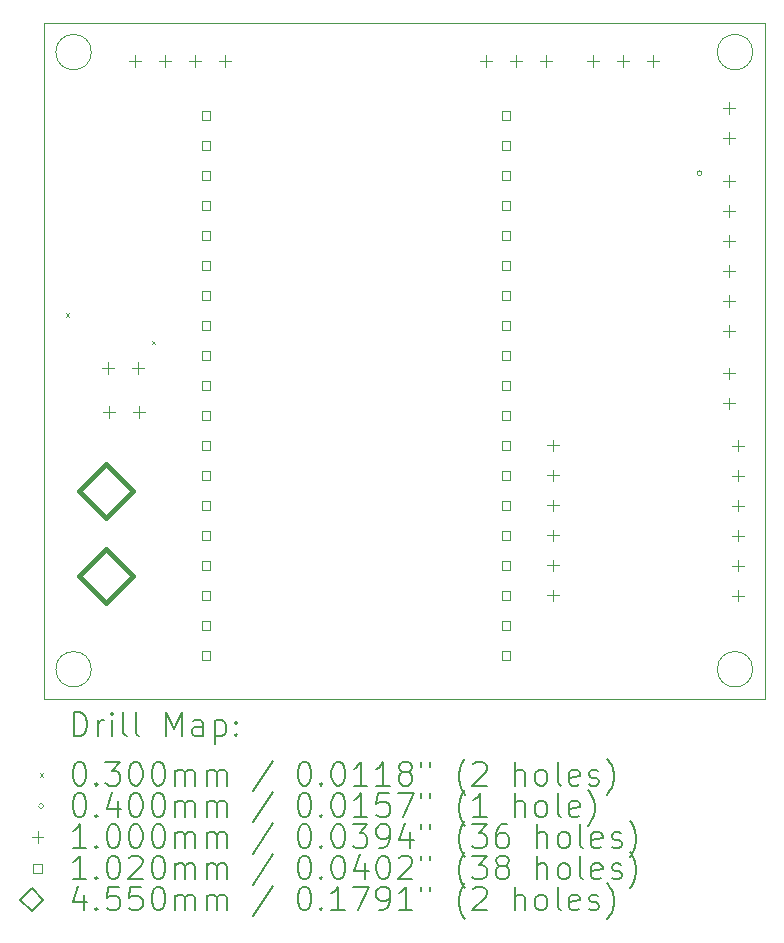
<source format=gbr>
%TF.GenerationSoftware,KiCad,Pcbnew,(6.0.9)*%
%TF.CreationDate,2023-05-11T13:54:50+10:00*%
%TF.ProjectId,Rescue Line,52657363-7565-4204-9c69-6e652e6b6963,rev?*%
%TF.SameCoordinates,Original*%
%TF.FileFunction,Drillmap*%
%TF.FilePolarity,Positive*%
%FSLAX45Y45*%
G04 Gerber Fmt 4.5, Leading zero omitted, Abs format (unit mm)*
G04 Created by KiCad (PCBNEW (6.0.9)) date 2023-05-11 13:54:50*
%MOMM*%
%LPD*%
G01*
G04 APERTURE LIST*
%ADD10C,0.100000*%
%ADD11C,0.200000*%
%ADD12C,0.030000*%
%ADD13C,0.040000*%
%ADD14C,0.102000*%
%ADD15C,0.455000*%
G04 APERTURE END LIST*
D10*
X10950000Y-12175000D02*
G75*
G03*
X10950000Y-12175000I-150000J0D01*
G01*
X10950000Y-6950000D02*
G75*
G03*
X10950000Y-6950000I-150000J0D01*
G01*
X10550000Y-6700000D02*
X16650000Y-6700000D01*
X16650000Y-6700000D02*
X16650000Y-12425000D01*
X16650000Y-12425000D02*
X10550000Y-12425000D01*
X10550000Y-12425000D02*
X10550000Y-6700000D01*
X16550000Y-12175000D02*
G75*
G03*
X16550000Y-12175000I-150000J0D01*
G01*
X16550000Y-6950000D02*
G75*
G03*
X16550000Y-6950000I-150000J0D01*
G01*
D11*
D12*
X10735000Y-9160000D02*
X10765000Y-9190000D01*
X10765000Y-9160000D02*
X10735000Y-9190000D01*
X11460050Y-9395050D02*
X11490050Y-9425050D01*
X11490050Y-9395050D02*
X11460050Y-9425050D01*
D13*
X16120000Y-7975000D02*
G75*
G03*
X16120000Y-7975000I-20000J0D01*
G01*
D10*
X11090500Y-9571850D02*
X11090500Y-9671850D01*
X11040500Y-9621850D02*
X11140500Y-9621850D01*
X11098500Y-9950000D02*
X11098500Y-10050000D01*
X11048500Y-10000000D02*
X11148500Y-10000000D01*
X11320000Y-6975000D02*
X11320000Y-7075000D01*
X11270000Y-7025000D02*
X11370000Y-7025000D01*
X11344500Y-9571850D02*
X11344500Y-9671850D01*
X11294500Y-9621850D02*
X11394500Y-9621850D01*
X11352500Y-9950000D02*
X11352500Y-10050000D01*
X11302500Y-10000000D02*
X11402500Y-10000000D01*
X11574000Y-6975000D02*
X11574000Y-7075000D01*
X11524000Y-7025000D02*
X11624000Y-7025000D01*
X11828000Y-6975000D02*
X11828000Y-7075000D01*
X11778000Y-7025000D02*
X11878000Y-7025000D01*
X12082000Y-6975000D02*
X12082000Y-7075000D01*
X12032000Y-7025000D02*
X12132000Y-7025000D01*
X14294500Y-6977500D02*
X14294500Y-7077500D01*
X14244500Y-7027500D02*
X14344500Y-7027500D01*
X14548500Y-6977500D02*
X14548500Y-7077500D01*
X14498500Y-7027500D02*
X14598500Y-7027500D01*
X14802500Y-6977500D02*
X14802500Y-7077500D01*
X14752500Y-7027500D02*
X14852500Y-7027500D01*
X14858500Y-10230500D02*
X14858500Y-10330500D01*
X14808500Y-10280500D02*
X14908500Y-10280500D01*
X14858500Y-10484500D02*
X14858500Y-10584500D01*
X14808500Y-10534500D02*
X14908500Y-10534500D01*
X14858500Y-10738500D02*
X14858500Y-10838500D01*
X14808500Y-10788500D02*
X14908500Y-10788500D01*
X14858500Y-10992500D02*
X14858500Y-11092500D01*
X14808500Y-11042500D02*
X14908500Y-11042500D01*
X14858500Y-11246500D02*
X14858500Y-11346500D01*
X14808500Y-11296500D02*
X14908500Y-11296500D01*
X14858500Y-11500500D02*
X14858500Y-11600500D01*
X14808500Y-11550500D02*
X14908500Y-11550500D01*
X15200000Y-6975000D02*
X15200000Y-7075000D01*
X15150000Y-7025000D02*
X15250000Y-7025000D01*
X15454000Y-6975000D02*
X15454000Y-7075000D01*
X15404000Y-7025000D02*
X15504000Y-7025000D01*
X15708000Y-6975000D02*
X15708000Y-7075000D01*
X15658000Y-7025000D02*
X15758000Y-7025000D01*
X16350000Y-7373000D02*
X16350000Y-7473000D01*
X16300000Y-7423000D02*
X16400000Y-7423000D01*
X16350000Y-7627000D02*
X16350000Y-7727000D01*
X16300000Y-7677000D02*
X16400000Y-7677000D01*
X16350000Y-7988000D02*
X16350000Y-8088000D01*
X16300000Y-8038000D02*
X16400000Y-8038000D01*
X16350000Y-8242000D02*
X16350000Y-8342000D01*
X16300000Y-8292000D02*
X16400000Y-8292000D01*
X16350000Y-8496000D02*
X16350000Y-8596000D01*
X16300000Y-8546000D02*
X16400000Y-8546000D01*
X16350000Y-8750000D02*
X16350000Y-8850000D01*
X16300000Y-8800000D02*
X16400000Y-8800000D01*
X16350000Y-9004000D02*
X16350000Y-9104000D01*
X16300000Y-9054000D02*
X16400000Y-9054000D01*
X16350000Y-9258000D02*
X16350000Y-9358000D01*
X16300000Y-9308000D02*
X16400000Y-9308000D01*
X16350000Y-9620500D02*
X16350000Y-9720500D01*
X16300000Y-9670500D02*
X16400000Y-9670500D01*
X16350000Y-9874500D02*
X16350000Y-9974500D01*
X16300000Y-9924500D02*
X16400000Y-9924500D01*
X16422500Y-10231500D02*
X16422500Y-10331500D01*
X16372500Y-10281500D02*
X16472500Y-10281500D01*
X16422500Y-10485500D02*
X16422500Y-10585500D01*
X16372500Y-10535500D02*
X16472500Y-10535500D01*
X16422500Y-10739500D02*
X16422500Y-10839500D01*
X16372500Y-10789500D02*
X16472500Y-10789500D01*
X16422500Y-10993500D02*
X16422500Y-11093500D01*
X16372500Y-11043500D02*
X16472500Y-11043500D01*
X16422500Y-11247500D02*
X16422500Y-11347500D01*
X16372500Y-11297500D02*
X16472500Y-11297500D01*
X16422500Y-11501500D02*
X16422500Y-11601500D01*
X16372500Y-11551500D02*
X16472500Y-11551500D01*
D14*
X11958563Y-7523063D02*
X11958563Y-7450937D01*
X11886437Y-7450937D01*
X11886437Y-7523063D01*
X11958563Y-7523063D01*
X11958563Y-7777063D02*
X11958563Y-7704937D01*
X11886437Y-7704937D01*
X11886437Y-7777063D01*
X11958563Y-7777063D01*
X11958563Y-8031063D02*
X11958563Y-7958937D01*
X11886437Y-7958937D01*
X11886437Y-8031063D01*
X11958563Y-8031063D01*
X11958563Y-8285063D02*
X11958563Y-8212937D01*
X11886437Y-8212937D01*
X11886437Y-8285063D01*
X11958563Y-8285063D01*
X11958563Y-8539063D02*
X11958563Y-8466937D01*
X11886437Y-8466937D01*
X11886437Y-8539063D01*
X11958563Y-8539063D01*
X11958563Y-8793063D02*
X11958563Y-8720937D01*
X11886437Y-8720937D01*
X11886437Y-8793063D01*
X11958563Y-8793063D01*
X11958563Y-9047063D02*
X11958563Y-8974937D01*
X11886437Y-8974937D01*
X11886437Y-9047063D01*
X11958563Y-9047063D01*
X11958563Y-9301063D02*
X11958563Y-9228937D01*
X11886437Y-9228937D01*
X11886437Y-9301063D01*
X11958563Y-9301063D01*
X11958563Y-9555063D02*
X11958563Y-9482937D01*
X11886437Y-9482937D01*
X11886437Y-9555063D01*
X11958563Y-9555063D01*
X11958563Y-9809063D02*
X11958563Y-9736937D01*
X11886437Y-9736937D01*
X11886437Y-9809063D01*
X11958563Y-9809063D01*
X11958563Y-10063063D02*
X11958563Y-9990937D01*
X11886437Y-9990937D01*
X11886437Y-10063063D01*
X11958563Y-10063063D01*
X11958563Y-10317063D02*
X11958563Y-10244937D01*
X11886437Y-10244937D01*
X11886437Y-10317063D01*
X11958563Y-10317063D01*
X11958563Y-10571063D02*
X11958563Y-10498937D01*
X11886437Y-10498937D01*
X11886437Y-10571063D01*
X11958563Y-10571063D01*
X11958563Y-10825063D02*
X11958563Y-10752937D01*
X11886437Y-10752937D01*
X11886437Y-10825063D01*
X11958563Y-10825063D01*
X11958563Y-11079063D02*
X11958563Y-11006937D01*
X11886437Y-11006937D01*
X11886437Y-11079063D01*
X11958563Y-11079063D01*
X11958563Y-11333063D02*
X11958563Y-11260937D01*
X11886437Y-11260937D01*
X11886437Y-11333063D01*
X11958563Y-11333063D01*
X11958563Y-11587063D02*
X11958563Y-11514937D01*
X11886437Y-11514937D01*
X11886437Y-11587063D01*
X11958563Y-11587063D01*
X11958563Y-11841063D02*
X11958563Y-11768937D01*
X11886437Y-11768937D01*
X11886437Y-11841063D01*
X11958563Y-11841063D01*
X11958563Y-12095063D02*
X11958563Y-12022937D01*
X11886437Y-12022937D01*
X11886437Y-12095063D01*
X11958563Y-12095063D01*
X14498563Y-7523063D02*
X14498563Y-7450937D01*
X14426437Y-7450937D01*
X14426437Y-7523063D01*
X14498563Y-7523063D01*
X14498563Y-7777063D02*
X14498563Y-7704937D01*
X14426437Y-7704937D01*
X14426437Y-7777063D01*
X14498563Y-7777063D01*
X14498563Y-8031063D02*
X14498563Y-7958937D01*
X14426437Y-7958937D01*
X14426437Y-8031063D01*
X14498563Y-8031063D01*
X14498563Y-8285063D02*
X14498563Y-8212937D01*
X14426437Y-8212937D01*
X14426437Y-8285063D01*
X14498563Y-8285063D01*
X14498563Y-8539063D02*
X14498563Y-8466937D01*
X14426437Y-8466937D01*
X14426437Y-8539063D01*
X14498563Y-8539063D01*
X14498563Y-8793063D02*
X14498563Y-8720937D01*
X14426437Y-8720937D01*
X14426437Y-8793063D01*
X14498563Y-8793063D01*
X14498563Y-9047063D02*
X14498563Y-8974937D01*
X14426437Y-8974937D01*
X14426437Y-9047063D01*
X14498563Y-9047063D01*
X14498563Y-9301063D02*
X14498563Y-9228937D01*
X14426437Y-9228937D01*
X14426437Y-9301063D01*
X14498563Y-9301063D01*
X14498563Y-9555063D02*
X14498563Y-9482937D01*
X14426437Y-9482937D01*
X14426437Y-9555063D01*
X14498563Y-9555063D01*
X14498563Y-9809063D02*
X14498563Y-9736937D01*
X14426437Y-9736937D01*
X14426437Y-9809063D01*
X14498563Y-9809063D01*
X14498563Y-10063063D02*
X14498563Y-9990937D01*
X14426437Y-9990937D01*
X14426437Y-10063063D01*
X14498563Y-10063063D01*
X14498563Y-10317063D02*
X14498563Y-10244937D01*
X14426437Y-10244937D01*
X14426437Y-10317063D01*
X14498563Y-10317063D01*
X14498563Y-10571063D02*
X14498563Y-10498937D01*
X14426437Y-10498937D01*
X14426437Y-10571063D01*
X14498563Y-10571063D01*
X14498563Y-10825063D02*
X14498563Y-10752937D01*
X14426437Y-10752937D01*
X14426437Y-10825063D01*
X14498563Y-10825063D01*
X14498563Y-11079063D02*
X14498563Y-11006937D01*
X14426437Y-11006937D01*
X14426437Y-11079063D01*
X14498563Y-11079063D01*
X14498563Y-11333063D02*
X14498563Y-11260937D01*
X14426437Y-11260937D01*
X14426437Y-11333063D01*
X14498563Y-11333063D01*
X14498563Y-11587063D02*
X14498563Y-11514937D01*
X14426437Y-11514937D01*
X14426437Y-11587063D01*
X14498563Y-11587063D01*
X14498563Y-11841063D02*
X14498563Y-11768937D01*
X14426437Y-11768937D01*
X14426437Y-11841063D01*
X14498563Y-11841063D01*
X14498563Y-12095063D02*
X14498563Y-12022937D01*
X14426437Y-12022937D01*
X14426437Y-12095063D01*
X14498563Y-12095063D01*
D15*
X11075000Y-10892500D02*
X11302500Y-10665000D01*
X11075000Y-10437500D01*
X10847500Y-10665000D01*
X11075000Y-10892500D01*
X11075000Y-11612500D02*
X11302500Y-11385000D01*
X11075000Y-11157500D01*
X10847500Y-11385000D01*
X11075000Y-11612500D01*
D11*
X10802619Y-12740476D02*
X10802619Y-12540476D01*
X10850238Y-12540476D01*
X10878810Y-12550000D01*
X10897857Y-12569048D01*
X10907381Y-12588095D01*
X10916905Y-12626190D01*
X10916905Y-12654762D01*
X10907381Y-12692857D01*
X10897857Y-12711905D01*
X10878810Y-12730952D01*
X10850238Y-12740476D01*
X10802619Y-12740476D01*
X11002619Y-12740476D02*
X11002619Y-12607143D01*
X11002619Y-12645238D02*
X11012143Y-12626190D01*
X11021667Y-12616667D01*
X11040714Y-12607143D01*
X11059762Y-12607143D01*
X11126429Y-12740476D02*
X11126429Y-12607143D01*
X11126429Y-12540476D02*
X11116905Y-12550000D01*
X11126429Y-12559524D01*
X11135952Y-12550000D01*
X11126429Y-12540476D01*
X11126429Y-12559524D01*
X11250238Y-12740476D02*
X11231190Y-12730952D01*
X11221667Y-12711905D01*
X11221667Y-12540476D01*
X11355000Y-12740476D02*
X11335952Y-12730952D01*
X11326428Y-12711905D01*
X11326428Y-12540476D01*
X11583571Y-12740476D02*
X11583571Y-12540476D01*
X11650238Y-12683333D01*
X11716905Y-12540476D01*
X11716905Y-12740476D01*
X11897857Y-12740476D02*
X11897857Y-12635714D01*
X11888333Y-12616667D01*
X11869286Y-12607143D01*
X11831190Y-12607143D01*
X11812143Y-12616667D01*
X11897857Y-12730952D02*
X11878809Y-12740476D01*
X11831190Y-12740476D01*
X11812143Y-12730952D01*
X11802619Y-12711905D01*
X11802619Y-12692857D01*
X11812143Y-12673809D01*
X11831190Y-12664286D01*
X11878809Y-12664286D01*
X11897857Y-12654762D01*
X11993095Y-12607143D02*
X11993095Y-12807143D01*
X11993095Y-12616667D02*
X12012143Y-12607143D01*
X12050238Y-12607143D01*
X12069286Y-12616667D01*
X12078809Y-12626190D01*
X12088333Y-12645238D01*
X12088333Y-12702381D01*
X12078809Y-12721428D01*
X12069286Y-12730952D01*
X12050238Y-12740476D01*
X12012143Y-12740476D01*
X11993095Y-12730952D01*
X12174048Y-12721428D02*
X12183571Y-12730952D01*
X12174048Y-12740476D01*
X12164524Y-12730952D01*
X12174048Y-12721428D01*
X12174048Y-12740476D01*
X12174048Y-12616667D02*
X12183571Y-12626190D01*
X12174048Y-12635714D01*
X12164524Y-12626190D01*
X12174048Y-12616667D01*
X12174048Y-12635714D01*
D12*
X10515000Y-13055000D02*
X10545000Y-13085000D01*
X10545000Y-13055000D02*
X10515000Y-13085000D01*
D11*
X10840714Y-12960476D02*
X10859762Y-12960476D01*
X10878810Y-12970000D01*
X10888333Y-12979524D01*
X10897857Y-12998571D01*
X10907381Y-13036667D01*
X10907381Y-13084286D01*
X10897857Y-13122381D01*
X10888333Y-13141428D01*
X10878810Y-13150952D01*
X10859762Y-13160476D01*
X10840714Y-13160476D01*
X10821667Y-13150952D01*
X10812143Y-13141428D01*
X10802619Y-13122381D01*
X10793095Y-13084286D01*
X10793095Y-13036667D01*
X10802619Y-12998571D01*
X10812143Y-12979524D01*
X10821667Y-12970000D01*
X10840714Y-12960476D01*
X10993095Y-13141428D02*
X11002619Y-13150952D01*
X10993095Y-13160476D01*
X10983571Y-13150952D01*
X10993095Y-13141428D01*
X10993095Y-13160476D01*
X11069286Y-12960476D02*
X11193095Y-12960476D01*
X11126429Y-13036667D01*
X11155000Y-13036667D01*
X11174048Y-13046190D01*
X11183571Y-13055714D01*
X11193095Y-13074762D01*
X11193095Y-13122381D01*
X11183571Y-13141428D01*
X11174048Y-13150952D01*
X11155000Y-13160476D01*
X11097857Y-13160476D01*
X11078810Y-13150952D01*
X11069286Y-13141428D01*
X11316905Y-12960476D02*
X11335952Y-12960476D01*
X11355000Y-12970000D01*
X11364524Y-12979524D01*
X11374048Y-12998571D01*
X11383571Y-13036667D01*
X11383571Y-13084286D01*
X11374048Y-13122381D01*
X11364524Y-13141428D01*
X11355000Y-13150952D01*
X11335952Y-13160476D01*
X11316905Y-13160476D01*
X11297857Y-13150952D01*
X11288333Y-13141428D01*
X11278809Y-13122381D01*
X11269286Y-13084286D01*
X11269286Y-13036667D01*
X11278809Y-12998571D01*
X11288333Y-12979524D01*
X11297857Y-12970000D01*
X11316905Y-12960476D01*
X11507381Y-12960476D02*
X11526428Y-12960476D01*
X11545476Y-12970000D01*
X11555000Y-12979524D01*
X11564524Y-12998571D01*
X11574048Y-13036667D01*
X11574048Y-13084286D01*
X11564524Y-13122381D01*
X11555000Y-13141428D01*
X11545476Y-13150952D01*
X11526428Y-13160476D01*
X11507381Y-13160476D01*
X11488333Y-13150952D01*
X11478809Y-13141428D01*
X11469286Y-13122381D01*
X11459762Y-13084286D01*
X11459762Y-13036667D01*
X11469286Y-12998571D01*
X11478809Y-12979524D01*
X11488333Y-12970000D01*
X11507381Y-12960476D01*
X11659762Y-13160476D02*
X11659762Y-13027143D01*
X11659762Y-13046190D02*
X11669286Y-13036667D01*
X11688333Y-13027143D01*
X11716905Y-13027143D01*
X11735952Y-13036667D01*
X11745476Y-13055714D01*
X11745476Y-13160476D01*
X11745476Y-13055714D02*
X11755000Y-13036667D01*
X11774048Y-13027143D01*
X11802619Y-13027143D01*
X11821667Y-13036667D01*
X11831190Y-13055714D01*
X11831190Y-13160476D01*
X11926428Y-13160476D02*
X11926428Y-13027143D01*
X11926428Y-13046190D02*
X11935952Y-13036667D01*
X11955000Y-13027143D01*
X11983571Y-13027143D01*
X12002619Y-13036667D01*
X12012143Y-13055714D01*
X12012143Y-13160476D01*
X12012143Y-13055714D02*
X12021667Y-13036667D01*
X12040714Y-13027143D01*
X12069286Y-13027143D01*
X12088333Y-13036667D01*
X12097857Y-13055714D01*
X12097857Y-13160476D01*
X12488333Y-12950952D02*
X12316905Y-13208095D01*
X12745476Y-12960476D02*
X12764524Y-12960476D01*
X12783571Y-12970000D01*
X12793095Y-12979524D01*
X12802619Y-12998571D01*
X12812143Y-13036667D01*
X12812143Y-13084286D01*
X12802619Y-13122381D01*
X12793095Y-13141428D01*
X12783571Y-13150952D01*
X12764524Y-13160476D01*
X12745476Y-13160476D01*
X12726428Y-13150952D01*
X12716905Y-13141428D01*
X12707381Y-13122381D01*
X12697857Y-13084286D01*
X12697857Y-13036667D01*
X12707381Y-12998571D01*
X12716905Y-12979524D01*
X12726428Y-12970000D01*
X12745476Y-12960476D01*
X12897857Y-13141428D02*
X12907381Y-13150952D01*
X12897857Y-13160476D01*
X12888333Y-13150952D01*
X12897857Y-13141428D01*
X12897857Y-13160476D01*
X13031190Y-12960476D02*
X13050238Y-12960476D01*
X13069286Y-12970000D01*
X13078809Y-12979524D01*
X13088333Y-12998571D01*
X13097857Y-13036667D01*
X13097857Y-13084286D01*
X13088333Y-13122381D01*
X13078809Y-13141428D01*
X13069286Y-13150952D01*
X13050238Y-13160476D01*
X13031190Y-13160476D01*
X13012143Y-13150952D01*
X13002619Y-13141428D01*
X12993095Y-13122381D01*
X12983571Y-13084286D01*
X12983571Y-13036667D01*
X12993095Y-12998571D01*
X13002619Y-12979524D01*
X13012143Y-12970000D01*
X13031190Y-12960476D01*
X13288333Y-13160476D02*
X13174048Y-13160476D01*
X13231190Y-13160476D02*
X13231190Y-12960476D01*
X13212143Y-12989048D01*
X13193095Y-13008095D01*
X13174048Y-13017619D01*
X13478809Y-13160476D02*
X13364524Y-13160476D01*
X13421667Y-13160476D02*
X13421667Y-12960476D01*
X13402619Y-12989048D01*
X13383571Y-13008095D01*
X13364524Y-13017619D01*
X13593095Y-13046190D02*
X13574048Y-13036667D01*
X13564524Y-13027143D01*
X13555000Y-13008095D01*
X13555000Y-12998571D01*
X13564524Y-12979524D01*
X13574048Y-12970000D01*
X13593095Y-12960476D01*
X13631190Y-12960476D01*
X13650238Y-12970000D01*
X13659762Y-12979524D01*
X13669286Y-12998571D01*
X13669286Y-13008095D01*
X13659762Y-13027143D01*
X13650238Y-13036667D01*
X13631190Y-13046190D01*
X13593095Y-13046190D01*
X13574048Y-13055714D01*
X13564524Y-13065238D01*
X13555000Y-13084286D01*
X13555000Y-13122381D01*
X13564524Y-13141428D01*
X13574048Y-13150952D01*
X13593095Y-13160476D01*
X13631190Y-13160476D01*
X13650238Y-13150952D01*
X13659762Y-13141428D01*
X13669286Y-13122381D01*
X13669286Y-13084286D01*
X13659762Y-13065238D01*
X13650238Y-13055714D01*
X13631190Y-13046190D01*
X13745476Y-12960476D02*
X13745476Y-12998571D01*
X13821667Y-12960476D02*
X13821667Y-12998571D01*
X14116905Y-13236667D02*
X14107381Y-13227143D01*
X14088333Y-13198571D01*
X14078809Y-13179524D01*
X14069286Y-13150952D01*
X14059762Y-13103333D01*
X14059762Y-13065238D01*
X14069286Y-13017619D01*
X14078809Y-12989048D01*
X14088333Y-12970000D01*
X14107381Y-12941428D01*
X14116905Y-12931905D01*
X14183571Y-12979524D02*
X14193095Y-12970000D01*
X14212143Y-12960476D01*
X14259762Y-12960476D01*
X14278809Y-12970000D01*
X14288333Y-12979524D01*
X14297857Y-12998571D01*
X14297857Y-13017619D01*
X14288333Y-13046190D01*
X14174048Y-13160476D01*
X14297857Y-13160476D01*
X14535952Y-13160476D02*
X14535952Y-12960476D01*
X14621667Y-13160476D02*
X14621667Y-13055714D01*
X14612143Y-13036667D01*
X14593095Y-13027143D01*
X14564524Y-13027143D01*
X14545476Y-13036667D01*
X14535952Y-13046190D01*
X14745476Y-13160476D02*
X14726428Y-13150952D01*
X14716905Y-13141428D01*
X14707381Y-13122381D01*
X14707381Y-13065238D01*
X14716905Y-13046190D01*
X14726428Y-13036667D01*
X14745476Y-13027143D01*
X14774048Y-13027143D01*
X14793095Y-13036667D01*
X14802619Y-13046190D01*
X14812143Y-13065238D01*
X14812143Y-13122381D01*
X14802619Y-13141428D01*
X14793095Y-13150952D01*
X14774048Y-13160476D01*
X14745476Y-13160476D01*
X14926428Y-13160476D02*
X14907381Y-13150952D01*
X14897857Y-13131905D01*
X14897857Y-12960476D01*
X15078809Y-13150952D02*
X15059762Y-13160476D01*
X15021667Y-13160476D01*
X15002619Y-13150952D01*
X14993095Y-13131905D01*
X14993095Y-13055714D01*
X15002619Y-13036667D01*
X15021667Y-13027143D01*
X15059762Y-13027143D01*
X15078809Y-13036667D01*
X15088333Y-13055714D01*
X15088333Y-13074762D01*
X14993095Y-13093809D01*
X15164524Y-13150952D02*
X15183571Y-13160476D01*
X15221667Y-13160476D01*
X15240714Y-13150952D01*
X15250238Y-13131905D01*
X15250238Y-13122381D01*
X15240714Y-13103333D01*
X15221667Y-13093809D01*
X15193095Y-13093809D01*
X15174048Y-13084286D01*
X15164524Y-13065238D01*
X15164524Y-13055714D01*
X15174048Y-13036667D01*
X15193095Y-13027143D01*
X15221667Y-13027143D01*
X15240714Y-13036667D01*
X15316905Y-13236667D02*
X15326428Y-13227143D01*
X15345476Y-13198571D01*
X15355000Y-13179524D01*
X15364524Y-13150952D01*
X15374048Y-13103333D01*
X15374048Y-13065238D01*
X15364524Y-13017619D01*
X15355000Y-12989048D01*
X15345476Y-12970000D01*
X15326428Y-12941428D01*
X15316905Y-12931905D01*
D13*
X10545000Y-13334000D02*
G75*
G03*
X10545000Y-13334000I-20000J0D01*
G01*
D11*
X10840714Y-13224476D02*
X10859762Y-13224476D01*
X10878810Y-13234000D01*
X10888333Y-13243524D01*
X10897857Y-13262571D01*
X10907381Y-13300667D01*
X10907381Y-13348286D01*
X10897857Y-13386381D01*
X10888333Y-13405428D01*
X10878810Y-13414952D01*
X10859762Y-13424476D01*
X10840714Y-13424476D01*
X10821667Y-13414952D01*
X10812143Y-13405428D01*
X10802619Y-13386381D01*
X10793095Y-13348286D01*
X10793095Y-13300667D01*
X10802619Y-13262571D01*
X10812143Y-13243524D01*
X10821667Y-13234000D01*
X10840714Y-13224476D01*
X10993095Y-13405428D02*
X11002619Y-13414952D01*
X10993095Y-13424476D01*
X10983571Y-13414952D01*
X10993095Y-13405428D01*
X10993095Y-13424476D01*
X11174048Y-13291143D02*
X11174048Y-13424476D01*
X11126429Y-13214952D02*
X11078810Y-13357809D01*
X11202619Y-13357809D01*
X11316905Y-13224476D02*
X11335952Y-13224476D01*
X11355000Y-13234000D01*
X11364524Y-13243524D01*
X11374048Y-13262571D01*
X11383571Y-13300667D01*
X11383571Y-13348286D01*
X11374048Y-13386381D01*
X11364524Y-13405428D01*
X11355000Y-13414952D01*
X11335952Y-13424476D01*
X11316905Y-13424476D01*
X11297857Y-13414952D01*
X11288333Y-13405428D01*
X11278809Y-13386381D01*
X11269286Y-13348286D01*
X11269286Y-13300667D01*
X11278809Y-13262571D01*
X11288333Y-13243524D01*
X11297857Y-13234000D01*
X11316905Y-13224476D01*
X11507381Y-13224476D02*
X11526428Y-13224476D01*
X11545476Y-13234000D01*
X11555000Y-13243524D01*
X11564524Y-13262571D01*
X11574048Y-13300667D01*
X11574048Y-13348286D01*
X11564524Y-13386381D01*
X11555000Y-13405428D01*
X11545476Y-13414952D01*
X11526428Y-13424476D01*
X11507381Y-13424476D01*
X11488333Y-13414952D01*
X11478809Y-13405428D01*
X11469286Y-13386381D01*
X11459762Y-13348286D01*
X11459762Y-13300667D01*
X11469286Y-13262571D01*
X11478809Y-13243524D01*
X11488333Y-13234000D01*
X11507381Y-13224476D01*
X11659762Y-13424476D02*
X11659762Y-13291143D01*
X11659762Y-13310190D02*
X11669286Y-13300667D01*
X11688333Y-13291143D01*
X11716905Y-13291143D01*
X11735952Y-13300667D01*
X11745476Y-13319714D01*
X11745476Y-13424476D01*
X11745476Y-13319714D02*
X11755000Y-13300667D01*
X11774048Y-13291143D01*
X11802619Y-13291143D01*
X11821667Y-13300667D01*
X11831190Y-13319714D01*
X11831190Y-13424476D01*
X11926428Y-13424476D02*
X11926428Y-13291143D01*
X11926428Y-13310190D02*
X11935952Y-13300667D01*
X11955000Y-13291143D01*
X11983571Y-13291143D01*
X12002619Y-13300667D01*
X12012143Y-13319714D01*
X12012143Y-13424476D01*
X12012143Y-13319714D02*
X12021667Y-13300667D01*
X12040714Y-13291143D01*
X12069286Y-13291143D01*
X12088333Y-13300667D01*
X12097857Y-13319714D01*
X12097857Y-13424476D01*
X12488333Y-13214952D02*
X12316905Y-13472095D01*
X12745476Y-13224476D02*
X12764524Y-13224476D01*
X12783571Y-13234000D01*
X12793095Y-13243524D01*
X12802619Y-13262571D01*
X12812143Y-13300667D01*
X12812143Y-13348286D01*
X12802619Y-13386381D01*
X12793095Y-13405428D01*
X12783571Y-13414952D01*
X12764524Y-13424476D01*
X12745476Y-13424476D01*
X12726428Y-13414952D01*
X12716905Y-13405428D01*
X12707381Y-13386381D01*
X12697857Y-13348286D01*
X12697857Y-13300667D01*
X12707381Y-13262571D01*
X12716905Y-13243524D01*
X12726428Y-13234000D01*
X12745476Y-13224476D01*
X12897857Y-13405428D02*
X12907381Y-13414952D01*
X12897857Y-13424476D01*
X12888333Y-13414952D01*
X12897857Y-13405428D01*
X12897857Y-13424476D01*
X13031190Y-13224476D02*
X13050238Y-13224476D01*
X13069286Y-13234000D01*
X13078809Y-13243524D01*
X13088333Y-13262571D01*
X13097857Y-13300667D01*
X13097857Y-13348286D01*
X13088333Y-13386381D01*
X13078809Y-13405428D01*
X13069286Y-13414952D01*
X13050238Y-13424476D01*
X13031190Y-13424476D01*
X13012143Y-13414952D01*
X13002619Y-13405428D01*
X12993095Y-13386381D01*
X12983571Y-13348286D01*
X12983571Y-13300667D01*
X12993095Y-13262571D01*
X13002619Y-13243524D01*
X13012143Y-13234000D01*
X13031190Y-13224476D01*
X13288333Y-13424476D02*
X13174048Y-13424476D01*
X13231190Y-13424476D02*
X13231190Y-13224476D01*
X13212143Y-13253048D01*
X13193095Y-13272095D01*
X13174048Y-13281619D01*
X13469286Y-13224476D02*
X13374048Y-13224476D01*
X13364524Y-13319714D01*
X13374048Y-13310190D01*
X13393095Y-13300667D01*
X13440714Y-13300667D01*
X13459762Y-13310190D01*
X13469286Y-13319714D01*
X13478809Y-13338762D01*
X13478809Y-13386381D01*
X13469286Y-13405428D01*
X13459762Y-13414952D01*
X13440714Y-13424476D01*
X13393095Y-13424476D01*
X13374048Y-13414952D01*
X13364524Y-13405428D01*
X13545476Y-13224476D02*
X13678809Y-13224476D01*
X13593095Y-13424476D01*
X13745476Y-13224476D02*
X13745476Y-13262571D01*
X13821667Y-13224476D02*
X13821667Y-13262571D01*
X14116905Y-13500667D02*
X14107381Y-13491143D01*
X14088333Y-13462571D01*
X14078809Y-13443524D01*
X14069286Y-13414952D01*
X14059762Y-13367333D01*
X14059762Y-13329238D01*
X14069286Y-13281619D01*
X14078809Y-13253048D01*
X14088333Y-13234000D01*
X14107381Y-13205428D01*
X14116905Y-13195905D01*
X14297857Y-13424476D02*
X14183571Y-13424476D01*
X14240714Y-13424476D02*
X14240714Y-13224476D01*
X14221667Y-13253048D01*
X14202619Y-13272095D01*
X14183571Y-13281619D01*
X14535952Y-13424476D02*
X14535952Y-13224476D01*
X14621667Y-13424476D02*
X14621667Y-13319714D01*
X14612143Y-13300667D01*
X14593095Y-13291143D01*
X14564524Y-13291143D01*
X14545476Y-13300667D01*
X14535952Y-13310190D01*
X14745476Y-13424476D02*
X14726428Y-13414952D01*
X14716905Y-13405428D01*
X14707381Y-13386381D01*
X14707381Y-13329238D01*
X14716905Y-13310190D01*
X14726428Y-13300667D01*
X14745476Y-13291143D01*
X14774048Y-13291143D01*
X14793095Y-13300667D01*
X14802619Y-13310190D01*
X14812143Y-13329238D01*
X14812143Y-13386381D01*
X14802619Y-13405428D01*
X14793095Y-13414952D01*
X14774048Y-13424476D01*
X14745476Y-13424476D01*
X14926428Y-13424476D02*
X14907381Y-13414952D01*
X14897857Y-13395905D01*
X14897857Y-13224476D01*
X15078809Y-13414952D02*
X15059762Y-13424476D01*
X15021667Y-13424476D01*
X15002619Y-13414952D01*
X14993095Y-13395905D01*
X14993095Y-13319714D01*
X15002619Y-13300667D01*
X15021667Y-13291143D01*
X15059762Y-13291143D01*
X15078809Y-13300667D01*
X15088333Y-13319714D01*
X15088333Y-13338762D01*
X14993095Y-13357809D01*
X15155000Y-13500667D02*
X15164524Y-13491143D01*
X15183571Y-13462571D01*
X15193095Y-13443524D01*
X15202619Y-13414952D01*
X15212143Y-13367333D01*
X15212143Y-13329238D01*
X15202619Y-13281619D01*
X15193095Y-13253048D01*
X15183571Y-13234000D01*
X15164524Y-13205428D01*
X15155000Y-13195905D01*
D10*
X10495000Y-13548000D02*
X10495000Y-13648000D01*
X10445000Y-13598000D02*
X10545000Y-13598000D01*
D11*
X10907381Y-13688476D02*
X10793095Y-13688476D01*
X10850238Y-13688476D02*
X10850238Y-13488476D01*
X10831190Y-13517048D01*
X10812143Y-13536095D01*
X10793095Y-13545619D01*
X10993095Y-13669428D02*
X11002619Y-13678952D01*
X10993095Y-13688476D01*
X10983571Y-13678952D01*
X10993095Y-13669428D01*
X10993095Y-13688476D01*
X11126429Y-13488476D02*
X11145476Y-13488476D01*
X11164524Y-13498000D01*
X11174048Y-13507524D01*
X11183571Y-13526571D01*
X11193095Y-13564667D01*
X11193095Y-13612286D01*
X11183571Y-13650381D01*
X11174048Y-13669428D01*
X11164524Y-13678952D01*
X11145476Y-13688476D01*
X11126429Y-13688476D01*
X11107381Y-13678952D01*
X11097857Y-13669428D01*
X11088333Y-13650381D01*
X11078810Y-13612286D01*
X11078810Y-13564667D01*
X11088333Y-13526571D01*
X11097857Y-13507524D01*
X11107381Y-13498000D01*
X11126429Y-13488476D01*
X11316905Y-13488476D02*
X11335952Y-13488476D01*
X11355000Y-13498000D01*
X11364524Y-13507524D01*
X11374048Y-13526571D01*
X11383571Y-13564667D01*
X11383571Y-13612286D01*
X11374048Y-13650381D01*
X11364524Y-13669428D01*
X11355000Y-13678952D01*
X11335952Y-13688476D01*
X11316905Y-13688476D01*
X11297857Y-13678952D01*
X11288333Y-13669428D01*
X11278809Y-13650381D01*
X11269286Y-13612286D01*
X11269286Y-13564667D01*
X11278809Y-13526571D01*
X11288333Y-13507524D01*
X11297857Y-13498000D01*
X11316905Y-13488476D01*
X11507381Y-13488476D02*
X11526428Y-13488476D01*
X11545476Y-13498000D01*
X11555000Y-13507524D01*
X11564524Y-13526571D01*
X11574048Y-13564667D01*
X11574048Y-13612286D01*
X11564524Y-13650381D01*
X11555000Y-13669428D01*
X11545476Y-13678952D01*
X11526428Y-13688476D01*
X11507381Y-13688476D01*
X11488333Y-13678952D01*
X11478809Y-13669428D01*
X11469286Y-13650381D01*
X11459762Y-13612286D01*
X11459762Y-13564667D01*
X11469286Y-13526571D01*
X11478809Y-13507524D01*
X11488333Y-13498000D01*
X11507381Y-13488476D01*
X11659762Y-13688476D02*
X11659762Y-13555143D01*
X11659762Y-13574190D02*
X11669286Y-13564667D01*
X11688333Y-13555143D01*
X11716905Y-13555143D01*
X11735952Y-13564667D01*
X11745476Y-13583714D01*
X11745476Y-13688476D01*
X11745476Y-13583714D02*
X11755000Y-13564667D01*
X11774048Y-13555143D01*
X11802619Y-13555143D01*
X11821667Y-13564667D01*
X11831190Y-13583714D01*
X11831190Y-13688476D01*
X11926428Y-13688476D02*
X11926428Y-13555143D01*
X11926428Y-13574190D02*
X11935952Y-13564667D01*
X11955000Y-13555143D01*
X11983571Y-13555143D01*
X12002619Y-13564667D01*
X12012143Y-13583714D01*
X12012143Y-13688476D01*
X12012143Y-13583714D02*
X12021667Y-13564667D01*
X12040714Y-13555143D01*
X12069286Y-13555143D01*
X12088333Y-13564667D01*
X12097857Y-13583714D01*
X12097857Y-13688476D01*
X12488333Y-13478952D02*
X12316905Y-13736095D01*
X12745476Y-13488476D02*
X12764524Y-13488476D01*
X12783571Y-13498000D01*
X12793095Y-13507524D01*
X12802619Y-13526571D01*
X12812143Y-13564667D01*
X12812143Y-13612286D01*
X12802619Y-13650381D01*
X12793095Y-13669428D01*
X12783571Y-13678952D01*
X12764524Y-13688476D01*
X12745476Y-13688476D01*
X12726428Y-13678952D01*
X12716905Y-13669428D01*
X12707381Y-13650381D01*
X12697857Y-13612286D01*
X12697857Y-13564667D01*
X12707381Y-13526571D01*
X12716905Y-13507524D01*
X12726428Y-13498000D01*
X12745476Y-13488476D01*
X12897857Y-13669428D02*
X12907381Y-13678952D01*
X12897857Y-13688476D01*
X12888333Y-13678952D01*
X12897857Y-13669428D01*
X12897857Y-13688476D01*
X13031190Y-13488476D02*
X13050238Y-13488476D01*
X13069286Y-13498000D01*
X13078809Y-13507524D01*
X13088333Y-13526571D01*
X13097857Y-13564667D01*
X13097857Y-13612286D01*
X13088333Y-13650381D01*
X13078809Y-13669428D01*
X13069286Y-13678952D01*
X13050238Y-13688476D01*
X13031190Y-13688476D01*
X13012143Y-13678952D01*
X13002619Y-13669428D01*
X12993095Y-13650381D01*
X12983571Y-13612286D01*
X12983571Y-13564667D01*
X12993095Y-13526571D01*
X13002619Y-13507524D01*
X13012143Y-13498000D01*
X13031190Y-13488476D01*
X13164524Y-13488476D02*
X13288333Y-13488476D01*
X13221667Y-13564667D01*
X13250238Y-13564667D01*
X13269286Y-13574190D01*
X13278809Y-13583714D01*
X13288333Y-13602762D01*
X13288333Y-13650381D01*
X13278809Y-13669428D01*
X13269286Y-13678952D01*
X13250238Y-13688476D01*
X13193095Y-13688476D01*
X13174048Y-13678952D01*
X13164524Y-13669428D01*
X13383571Y-13688476D02*
X13421667Y-13688476D01*
X13440714Y-13678952D01*
X13450238Y-13669428D01*
X13469286Y-13640857D01*
X13478809Y-13602762D01*
X13478809Y-13526571D01*
X13469286Y-13507524D01*
X13459762Y-13498000D01*
X13440714Y-13488476D01*
X13402619Y-13488476D01*
X13383571Y-13498000D01*
X13374048Y-13507524D01*
X13364524Y-13526571D01*
X13364524Y-13574190D01*
X13374048Y-13593238D01*
X13383571Y-13602762D01*
X13402619Y-13612286D01*
X13440714Y-13612286D01*
X13459762Y-13602762D01*
X13469286Y-13593238D01*
X13478809Y-13574190D01*
X13650238Y-13555143D02*
X13650238Y-13688476D01*
X13602619Y-13478952D02*
X13555000Y-13621809D01*
X13678809Y-13621809D01*
X13745476Y-13488476D02*
X13745476Y-13526571D01*
X13821667Y-13488476D02*
X13821667Y-13526571D01*
X14116905Y-13764667D02*
X14107381Y-13755143D01*
X14088333Y-13726571D01*
X14078809Y-13707524D01*
X14069286Y-13678952D01*
X14059762Y-13631333D01*
X14059762Y-13593238D01*
X14069286Y-13545619D01*
X14078809Y-13517048D01*
X14088333Y-13498000D01*
X14107381Y-13469428D01*
X14116905Y-13459905D01*
X14174048Y-13488476D02*
X14297857Y-13488476D01*
X14231190Y-13564667D01*
X14259762Y-13564667D01*
X14278809Y-13574190D01*
X14288333Y-13583714D01*
X14297857Y-13602762D01*
X14297857Y-13650381D01*
X14288333Y-13669428D01*
X14278809Y-13678952D01*
X14259762Y-13688476D01*
X14202619Y-13688476D01*
X14183571Y-13678952D01*
X14174048Y-13669428D01*
X14469286Y-13488476D02*
X14431190Y-13488476D01*
X14412143Y-13498000D01*
X14402619Y-13507524D01*
X14383571Y-13536095D01*
X14374048Y-13574190D01*
X14374048Y-13650381D01*
X14383571Y-13669428D01*
X14393095Y-13678952D01*
X14412143Y-13688476D01*
X14450238Y-13688476D01*
X14469286Y-13678952D01*
X14478809Y-13669428D01*
X14488333Y-13650381D01*
X14488333Y-13602762D01*
X14478809Y-13583714D01*
X14469286Y-13574190D01*
X14450238Y-13564667D01*
X14412143Y-13564667D01*
X14393095Y-13574190D01*
X14383571Y-13583714D01*
X14374048Y-13602762D01*
X14726428Y-13688476D02*
X14726428Y-13488476D01*
X14812143Y-13688476D02*
X14812143Y-13583714D01*
X14802619Y-13564667D01*
X14783571Y-13555143D01*
X14755000Y-13555143D01*
X14735952Y-13564667D01*
X14726428Y-13574190D01*
X14935952Y-13688476D02*
X14916905Y-13678952D01*
X14907381Y-13669428D01*
X14897857Y-13650381D01*
X14897857Y-13593238D01*
X14907381Y-13574190D01*
X14916905Y-13564667D01*
X14935952Y-13555143D01*
X14964524Y-13555143D01*
X14983571Y-13564667D01*
X14993095Y-13574190D01*
X15002619Y-13593238D01*
X15002619Y-13650381D01*
X14993095Y-13669428D01*
X14983571Y-13678952D01*
X14964524Y-13688476D01*
X14935952Y-13688476D01*
X15116905Y-13688476D02*
X15097857Y-13678952D01*
X15088333Y-13659905D01*
X15088333Y-13488476D01*
X15269286Y-13678952D02*
X15250238Y-13688476D01*
X15212143Y-13688476D01*
X15193095Y-13678952D01*
X15183571Y-13659905D01*
X15183571Y-13583714D01*
X15193095Y-13564667D01*
X15212143Y-13555143D01*
X15250238Y-13555143D01*
X15269286Y-13564667D01*
X15278809Y-13583714D01*
X15278809Y-13602762D01*
X15183571Y-13621809D01*
X15355000Y-13678952D02*
X15374048Y-13688476D01*
X15412143Y-13688476D01*
X15431190Y-13678952D01*
X15440714Y-13659905D01*
X15440714Y-13650381D01*
X15431190Y-13631333D01*
X15412143Y-13621809D01*
X15383571Y-13621809D01*
X15364524Y-13612286D01*
X15355000Y-13593238D01*
X15355000Y-13583714D01*
X15364524Y-13564667D01*
X15383571Y-13555143D01*
X15412143Y-13555143D01*
X15431190Y-13564667D01*
X15507381Y-13764667D02*
X15516905Y-13755143D01*
X15535952Y-13726571D01*
X15545476Y-13707524D01*
X15555000Y-13678952D01*
X15564524Y-13631333D01*
X15564524Y-13593238D01*
X15555000Y-13545619D01*
X15545476Y-13517048D01*
X15535952Y-13498000D01*
X15516905Y-13469428D01*
X15507381Y-13459905D01*
D14*
X10530063Y-13898063D02*
X10530063Y-13825937D01*
X10457937Y-13825937D01*
X10457937Y-13898063D01*
X10530063Y-13898063D01*
D11*
X10907381Y-13952476D02*
X10793095Y-13952476D01*
X10850238Y-13952476D02*
X10850238Y-13752476D01*
X10831190Y-13781048D01*
X10812143Y-13800095D01*
X10793095Y-13809619D01*
X10993095Y-13933428D02*
X11002619Y-13942952D01*
X10993095Y-13952476D01*
X10983571Y-13942952D01*
X10993095Y-13933428D01*
X10993095Y-13952476D01*
X11126429Y-13752476D02*
X11145476Y-13752476D01*
X11164524Y-13762000D01*
X11174048Y-13771524D01*
X11183571Y-13790571D01*
X11193095Y-13828667D01*
X11193095Y-13876286D01*
X11183571Y-13914381D01*
X11174048Y-13933428D01*
X11164524Y-13942952D01*
X11145476Y-13952476D01*
X11126429Y-13952476D01*
X11107381Y-13942952D01*
X11097857Y-13933428D01*
X11088333Y-13914381D01*
X11078810Y-13876286D01*
X11078810Y-13828667D01*
X11088333Y-13790571D01*
X11097857Y-13771524D01*
X11107381Y-13762000D01*
X11126429Y-13752476D01*
X11269286Y-13771524D02*
X11278809Y-13762000D01*
X11297857Y-13752476D01*
X11345476Y-13752476D01*
X11364524Y-13762000D01*
X11374048Y-13771524D01*
X11383571Y-13790571D01*
X11383571Y-13809619D01*
X11374048Y-13838190D01*
X11259762Y-13952476D01*
X11383571Y-13952476D01*
X11507381Y-13752476D02*
X11526428Y-13752476D01*
X11545476Y-13762000D01*
X11555000Y-13771524D01*
X11564524Y-13790571D01*
X11574048Y-13828667D01*
X11574048Y-13876286D01*
X11564524Y-13914381D01*
X11555000Y-13933428D01*
X11545476Y-13942952D01*
X11526428Y-13952476D01*
X11507381Y-13952476D01*
X11488333Y-13942952D01*
X11478809Y-13933428D01*
X11469286Y-13914381D01*
X11459762Y-13876286D01*
X11459762Y-13828667D01*
X11469286Y-13790571D01*
X11478809Y-13771524D01*
X11488333Y-13762000D01*
X11507381Y-13752476D01*
X11659762Y-13952476D02*
X11659762Y-13819143D01*
X11659762Y-13838190D02*
X11669286Y-13828667D01*
X11688333Y-13819143D01*
X11716905Y-13819143D01*
X11735952Y-13828667D01*
X11745476Y-13847714D01*
X11745476Y-13952476D01*
X11745476Y-13847714D02*
X11755000Y-13828667D01*
X11774048Y-13819143D01*
X11802619Y-13819143D01*
X11821667Y-13828667D01*
X11831190Y-13847714D01*
X11831190Y-13952476D01*
X11926428Y-13952476D02*
X11926428Y-13819143D01*
X11926428Y-13838190D02*
X11935952Y-13828667D01*
X11955000Y-13819143D01*
X11983571Y-13819143D01*
X12002619Y-13828667D01*
X12012143Y-13847714D01*
X12012143Y-13952476D01*
X12012143Y-13847714D02*
X12021667Y-13828667D01*
X12040714Y-13819143D01*
X12069286Y-13819143D01*
X12088333Y-13828667D01*
X12097857Y-13847714D01*
X12097857Y-13952476D01*
X12488333Y-13742952D02*
X12316905Y-14000095D01*
X12745476Y-13752476D02*
X12764524Y-13752476D01*
X12783571Y-13762000D01*
X12793095Y-13771524D01*
X12802619Y-13790571D01*
X12812143Y-13828667D01*
X12812143Y-13876286D01*
X12802619Y-13914381D01*
X12793095Y-13933428D01*
X12783571Y-13942952D01*
X12764524Y-13952476D01*
X12745476Y-13952476D01*
X12726428Y-13942952D01*
X12716905Y-13933428D01*
X12707381Y-13914381D01*
X12697857Y-13876286D01*
X12697857Y-13828667D01*
X12707381Y-13790571D01*
X12716905Y-13771524D01*
X12726428Y-13762000D01*
X12745476Y-13752476D01*
X12897857Y-13933428D02*
X12907381Y-13942952D01*
X12897857Y-13952476D01*
X12888333Y-13942952D01*
X12897857Y-13933428D01*
X12897857Y-13952476D01*
X13031190Y-13752476D02*
X13050238Y-13752476D01*
X13069286Y-13762000D01*
X13078809Y-13771524D01*
X13088333Y-13790571D01*
X13097857Y-13828667D01*
X13097857Y-13876286D01*
X13088333Y-13914381D01*
X13078809Y-13933428D01*
X13069286Y-13942952D01*
X13050238Y-13952476D01*
X13031190Y-13952476D01*
X13012143Y-13942952D01*
X13002619Y-13933428D01*
X12993095Y-13914381D01*
X12983571Y-13876286D01*
X12983571Y-13828667D01*
X12993095Y-13790571D01*
X13002619Y-13771524D01*
X13012143Y-13762000D01*
X13031190Y-13752476D01*
X13269286Y-13819143D02*
X13269286Y-13952476D01*
X13221667Y-13742952D02*
X13174048Y-13885809D01*
X13297857Y-13885809D01*
X13412143Y-13752476D02*
X13431190Y-13752476D01*
X13450238Y-13762000D01*
X13459762Y-13771524D01*
X13469286Y-13790571D01*
X13478809Y-13828667D01*
X13478809Y-13876286D01*
X13469286Y-13914381D01*
X13459762Y-13933428D01*
X13450238Y-13942952D01*
X13431190Y-13952476D01*
X13412143Y-13952476D01*
X13393095Y-13942952D01*
X13383571Y-13933428D01*
X13374048Y-13914381D01*
X13364524Y-13876286D01*
X13364524Y-13828667D01*
X13374048Y-13790571D01*
X13383571Y-13771524D01*
X13393095Y-13762000D01*
X13412143Y-13752476D01*
X13555000Y-13771524D02*
X13564524Y-13762000D01*
X13583571Y-13752476D01*
X13631190Y-13752476D01*
X13650238Y-13762000D01*
X13659762Y-13771524D01*
X13669286Y-13790571D01*
X13669286Y-13809619D01*
X13659762Y-13838190D01*
X13545476Y-13952476D01*
X13669286Y-13952476D01*
X13745476Y-13752476D02*
X13745476Y-13790571D01*
X13821667Y-13752476D02*
X13821667Y-13790571D01*
X14116905Y-14028667D02*
X14107381Y-14019143D01*
X14088333Y-13990571D01*
X14078809Y-13971524D01*
X14069286Y-13942952D01*
X14059762Y-13895333D01*
X14059762Y-13857238D01*
X14069286Y-13809619D01*
X14078809Y-13781048D01*
X14088333Y-13762000D01*
X14107381Y-13733428D01*
X14116905Y-13723905D01*
X14174048Y-13752476D02*
X14297857Y-13752476D01*
X14231190Y-13828667D01*
X14259762Y-13828667D01*
X14278809Y-13838190D01*
X14288333Y-13847714D01*
X14297857Y-13866762D01*
X14297857Y-13914381D01*
X14288333Y-13933428D01*
X14278809Y-13942952D01*
X14259762Y-13952476D01*
X14202619Y-13952476D01*
X14183571Y-13942952D01*
X14174048Y-13933428D01*
X14412143Y-13838190D02*
X14393095Y-13828667D01*
X14383571Y-13819143D01*
X14374048Y-13800095D01*
X14374048Y-13790571D01*
X14383571Y-13771524D01*
X14393095Y-13762000D01*
X14412143Y-13752476D01*
X14450238Y-13752476D01*
X14469286Y-13762000D01*
X14478809Y-13771524D01*
X14488333Y-13790571D01*
X14488333Y-13800095D01*
X14478809Y-13819143D01*
X14469286Y-13828667D01*
X14450238Y-13838190D01*
X14412143Y-13838190D01*
X14393095Y-13847714D01*
X14383571Y-13857238D01*
X14374048Y-13876286D01*
X14374048Y-13914381D01*
X14383571Y-13933428D01*
X14393095Y-13942952D01*
X14412143Y-13952476D01*
X14450238Y-13952476D01*
X14469286Y-13942952D01*
X14478809Y-13933428D01*
X14488333Y-13914381D01*
X14488333Y-13876286D01*
X14478809Y-13857238D01*
X14469286Y-13847714D01*
X14450238Y-13838190D01*
X14726428Y-13952476D02*
X14726428Y-13752476D01*
X14812143Y-13952476D02*
X14812143Y-13847714D01*
X14802619Y-13828667D01*
X14783571Y-13819143D01*
X14755000Y-13819143D01*
X14735952Y-13828667D01*
X14726428Y-13838190D01*
X14935952Y-13952476D02*
X14916905Y-13942952D01*
X14907381Y-13933428D01*
X14897857Y-13914381D01*
X14897857Y-13857238D01*
X14907381Y-13838190D01*
X14916905Y-13828667D01*
X14935952Y-13819143D01*
X14964524Y-13819143D01*
X14983571Y-13828667D01*
X14993095Y-13838190D01*
X15002619Y-13857238D01*
X15002619Y-13914381D01*
X14993095Y-13933428D01*
X14983571Y-13942952D01*
X14964524Y-13952476D01*
X14935952Y-13952476D01*
X15116905Y-13952476D02*
X15097857Y-13942952D01*
X15088333Y-13923905D01*
X15088333Y-13752476D01*
X15269286Y-13942952D02*
X15250238Y-13952476D01*
X15212143Y-13952476D01*
X15193095Y-13942952D01*
X15183571Y-13923905D01*
X15183571Y-13847714D01*
X15193095Y-13828667D01*
X15212143Y-13819143D01*
X15250238Y-13819143D01*
X15269286Y-13828667D01*
X15278809Y-13847714D01*
X15278809Y-13866762D01*
X15183571Y-13885809D01*
X15355000Y-13942952D02*
X15374048Y-13952476D01*
X15412143Y-13952476D01*
X15431190Y-13942952D01*
X15440714Y-13923905D01*
X15440714Y-13914381D01*
X15431190Y-13895333D01*
X15412143Y-13885809D01*
X15383571Y-13885809D01*
X15364524Y-13876286D01*
X15355000Y-13857238D01*
X15355000Y-13847714D01*
X15364524Y-13828667D01*
X15383571Y-13819143D01*
X15412143Y-13819143D01*
X15431190Y-13828667D01*
X15507381Y-14028667D02*
X15516905Y-14019143D01*
X15535952Y-13990571D01*
X15545476Y-13971524D01*
X15555000Y-13942952D01*
X15564524Y-13895333D01*
X15564524Y-13857238D01*
X15555000Y-13809619D01*
X15545476Y-13781048D01*
X15535952Y-13762000D01*
X15516905Y-13733428D01*
X15507381Y-13723905D01*
X10445000Y-14226000D02*
X10545000Y-14126000D01*
X10445000Y-14026000D01*
X10345000Y-14126000D01*
X10445000Y-14226000D01*
X10888333Y-14083143D02*
X10888333Y-14216476D01*
X10840714Y-14006952D02*
X10793095Y-14149809D01*
X10916905Y-14149809D01*
X10993095Y-14197428D02*
X11002619Y-14206952D01*
X10993095Y-14216476D01*
X10983571Y-14206952D01*
X10993095Y-14197428D01*
X10993095Y-14216476D01*
X11183571Y-14016476D02*
X11088333Y-14016476D01*
X11078810Y-14111714D01*
X11088333Y-14102190D01*
X11107381Y-14092667D01*
X11155000Y-14092667D01*
X11174048Y-14102190D01*
X11183571Y-14111714D01*
X11193095Y-14130762D01*
X11193095Y-14178381D01*
X11183571Y-14197428D01*
X11174048Y-14206952D01*
X11155000Y-14216476D01*
X11107381Y-14216476D01*
X11088333Y-14206952D01*
X11078810Y-14197428D01*
X11374048Y-14016476D02*
X11278809Y-14016476D01*
X11269286Y-14111714D01*
X11278809Y-14102190D01*
X11297857Y-14092667D01*
X11345476Y-14092667D01*
X11364524Y-14102190D01*
X11374048Y-14111714D01*
X11383571Y-14130762D01*
X11383571Y-14178381D01*
X11374048Y-14197428D01*
X11364524Y-14206952D01*
X11345476Y-14216476D01*
X11297857Y-14216476D01*
X11278809Y-14206952D01*
X11269286Y-14197428D01*
X11507381Y-14016476D02*
X11526428Y-14016476D01*
X11545476Y-14026000D01*
X11555000Y-14035524D01*
X11564524Y-14054571D01*
X11574048Y-14092667D01*
X11574048Y-14140286D01*
X11564524Y-14178381D01*
X11555000Y-14197428D01*
X11545476Y-14206952D01*
X11526428Y-14216476D01*
X11507381Y-14216476D01*
X11488333Y-14206952D01*
X11478809Y-14197428D01*
X11469286Y-14178381D01*
X11459762Y-14140286D01*
X11459762Y-14092667D01*
X11469286Y-14054571D01*
X11478809Y-14035524D01*
X11488333Y-14026000D01*
X11507381Y-14016476D01*
X11659762Y-14216476D02*
X11659762Y-14083143D01*
X11659762Y-14102190D02*
X11669286Y-14092667D01*
X11688333Y-14083143D01*
X11716905Y-14083143D01*
X11735952Y-14092667D01*
X11745476Y-14111714D01*
X11745476Y-14216476D01*
X11745476Y-14111714D02*
X11755000Y-14092667D01*
X11774048Y-14083143D01*
X11802619Y-14083143D01*
X11821667Y-14092667D01*
X11831190Y-14111714D01*
X11831190Y-14216476D01*
X11926428Y-14216476D02*
X11926428Y-14083143D01*
X11926428Y-14102190D02*
X11935952Y-14092667D01*
X11955000Y-14083143D01*
X11983571Y-14083143D01*
X12002619Y-14092667D01*
X12012143Y-14111714D01*
X12012143Y-14216476D01*
X12012143Y-14111714D02*
X12021667Y-14092667D01*
X12040714Y-14083143D01*
X12069286Y-14083143D01*
X12088333Y-14092667D01*
X12097857Y-14111714D01*
X12097857Y-14216476D01*
X12488333Y-14006952D02*
X12316905Y-14264095D01*
X12745476Y-14016476D02*
X12764524Y-14016476D01*
X12783571Y-14026000D01*
X12793095Y-14035524D01*
X12802619Y-14054571D01*
X12812143Y-14092667D01*
X12812143Y-14140286D01*
X12802619Y-14178381D01*
X12793095Y-14197428D01*
X12783571Y-14206952D01*
X12764524Y-14216476D01*
X12745476Y-14216476D01*
X12726428Y-14206952D01*
X12716905Y-14197428D01*
X12707381Y-14178381D01*
X12697857Y-14140286D01*
X12697857Y-14092667D01*
X12707381Y-14054571D01*
X12716905Y-14035524D01*
X12726428Y-14026000D01*
X12745476Y-14016476D01*
X12897857Y-14197428D02*
X12907381Y-14206952D01*
X12897857Y-14216476D01*
X12888333Y-14206952D01*
X12897857Y-14197428D01*
X12897857Y-14216476D01*
X13097857Y-14216476D02*
X12983571Y-14216476D01*
X13040714Y-14216476D02*
X13040714Y-14016476D01*
X13021667Y-14045048D01*
X13002619Y-14064095D01*
X12983571Y-14073619D01*
X13164524Y-14016476D02*
X13297857Y-14016476D01*
X13212143Y-14216476D01*
X13383571Y-14216476D02*
X13421667Y-14216476D01*
X13440714Y-14206952D01*
X13450238Y-14197428D01*
X13469286Y-14168857D01*
X13478809Y-14130762D01*
X13478809Y-14054571D01*
X13469286Y-14035524D01*
X13459762Y-14026000D01*
X13440714Y-14016476D01*
X13402619Y-14016476D01*
X13383571Y-14026000D01*
X13374048Y-14035524D01*
X13364524Y-14054571D01*
X13364524Y-14102190D01*
X13374048Y-14121238D01*
X13383571Y-14130762D01*
X13402619Y-14140286D01*
X13440714Y-14140286D01*
X13459762Y-14130762D01*
X13469286Y-14121238D01*
X13478809Y-14102190D01*
X13669286Y-14216476D02*
X13555000Y-14216476D01*
X13612143Y-14216476D02*
X13612143Y-14016476D01*
X13593095Y-14045048D01*
X13574048Y-14064095D01*
X13555000Y-14073619D01*
X13745476Y-14016476D02*
X13745476Y-14054571D01*
X13821667Y-14016476D02*
X13821667Y-14054571D01*
X14116905Y-14292667D02*
X14107381Y-14283143D01*
X14088333Y-14254571D01*
X14078809Y-14235524D01*
X14069286Y-14206952D01*
X14059762Y-14159333D01*
X14059762Y-14121238D01*
X14069286Y-14073619D01*
X14078809Y-14045048D01*
X14088333Y-14026000D01*
X14107381Y-13997428D01*
X14116905Y-13987905D01*
X14183571Y-14035524D02*
X14193095Y-14026000D01*
X14212143Y-14016476D01*
X14259762Y-14016476D01*
X14278809Y-14026000D01*
X14288333Y-14035524D01*
X14297857Y-14054571D01*
X14297857Y-14073619D01*
X14288333Y-14102190D01*
X14174048Y-14216476D01*
X14297857Y-14216476D01*
X14535952Y-14216476D02*
X14535952Y-14016476D01*
X14621667Y-14216476D02*
X14621667Y-14111714D01*
X14612143Y-14092667D01*
X14593095Y-14083143D01*
X14564524Y-14083143D01*
X14545476Y-14092667D01*
X14535952Y-14102190D01*
X14745476Y-14216476D02*
X14726428Y-14206952D01*
X14716905Y-14197428D01*
X14707381Y-14178381D01*
X14707381Y-14121238D01*
X14716905Y-14102190D01*
X14726428Y-14092667D01*
X14745476Y-14083143D01*
X14774048Y-14083143D01*
X14793095Y-14092667D01*
X14802619Y-14102190D01*
X14812143Y-14121238D01*
X14812143Y-14178381D01*
X14802619Y-14197428D01*
X14793095Y-14206952D01*
X14774048Y-14216476D01*
X14745476Y-14216476D01*
X14926428Y-14216476D02*
X14907381Y-14206952D01*
X14897857Y-14187905D01*
X14897857Y-14016476D01*
X15078809Y-14206952D02*
X15059762Y-14216476D01*
X15021667Y-14216476D01*
X15002619Y-14206952D01*
X14993095Y-14187905D01*
X14993095Y-14111714D01*
X15002619Y-14092667D01*
X15021667Y-14083143D01*
X15059762Y-14083143D01*
X15078809Y-14092667D01*
X15088333Y-14111714D01*
X15088333Y-14130762D01*
X14993095Y-14149809D01*
X15164524Y-14206952D02*
X15183571Y-14216476D01*
X15221667Y-14216476D01*
X15240714Y-14206952D01*
X15250238Y-14187905D01*
X15250238Y-14178381D01*
X15240714Y-14159333D01*
X15221667Y-14149809D01*
X15193095Y-14149809D01*
X15174048Y-14140286D01*
X15164524Y-14121238D01*
X15164524Y-14111714D01*
X15174048Y-14092667D01*
X15193095Y-14083143D01*
X15221667Y-14083143D01*
X15240714Y-14092667D01*
X15316905Y-14292667D02*
X15326428Y-14283143D01*
X15345476Y-14254571D01*
X15355000Y-14235524D01*
X15364524Y-14206952D01*
X15374048Y-14159333D01*
X15374048Y-14121238D01*
X15364524Y-14073619D01*
X15355000Y-14045048D01*
X15345476Y-14026000D01*
X15326428Y-13997428D01*
X15316905Y-13987905D01*
M02*

</source>
